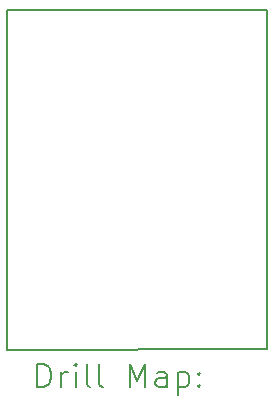
<source format=gbr>
%TF.GenerationSoftware,KiCad,Pcbnew,8.0.4*%
%TF.CreationDate,2024-07-24T14:51:08+09:00*%
%TF.ProjectId,VR-Conditioner-MAX9926+reg,56522d43-6f6e-4646-9974-696f6e65722d,3.7*%
%TF.SameCoordinates,PX68c4118PY713e7a8*%
%TF.FileFunction,Drillmap*%
%TF.FilePolarity,Positive*%
%FSLAX45Y45*%
G04 Gerber Fmt 4.5, Leading zero omitted, Abs format (unit mm)*
G04 Created by KiCad (PCBNEW 8.0.4) date 2024-07-24 14:51:08*
%MOMM*%
%LPD*%
G01*
G04 APERTURE LIST*
%ADD10C,0.150000*%
%ADD11C,0.200000*%
G04 APERTURE END LIST*
D10*
X2350000Y3125000D02*
X2350000Y254000D01*
X2350000Y254000D02*
X150000Y250000D01*
X150000Y250000D02*
X150000Y3125000D01*
X2350000Y3125000D02*
X150000Y3125000D01*
D11*
X403277Y-68984D02*
X403277Y131016D01*
X403277Y131016D02*
X450896Y131016D01*
X450896Y131016D02*
X479467Y121492D01*
X479467Y121492D02*
X498515Y102445D01*
X498515Y102445D02*
X508039Y83397D01*
X508039Y83397D02*
X517562Y45302D01*
X517562Y45302D02*
X517562Y16731D01*
X517562Y16731D02*
X508039Y-21365D01*
X508039Y-21365D02*
X498515Y-40412D01*
X498515Y-40412D02*
X479467Y-59460D01*
X479467Y-59460D02*
X450896Y-68984D01*
X450896Y-68984D02*
X403277Y-68984D01*
X603277Y-68984D02*
X603277Y64350D01*
X603277Y26254D02*
X612801Y45302D01*
X612801Y45302D02*
X622324Y54826D01*
X622324Y54826D02*
X641372Y64350D01*
X641372Y64350D02*
X660420Y64350D01*
X727086Y-68984D02*
X727086Y64350D01*
X727086Y131016D02*
X717562Y121492D01*
X717562Y121492D02*
X727086Y111969D01*
X727086Y111969D02*
X736610Y121492D01*
X736610Y121492D02*
X727086Y131016D01*
X727086Y131016D02*
X727086Y111969D01*
X850896Y-68984D02*
X831848Y-59460D01*
X831848Y-59460D02*
X822324Y-40412D01*
X822324Y-40412D02*
X822324Y131016D01*
X955658Y-68984D02*
X936610Y-59460D01*
X936610Y-59460D02*
X927086Y-40412D01*
X927086Y-40412D02*
X927086Y131016D01*
X1184229Y-68984D02*
X1184229Y131016D01*
X1184229Y131016D02*
X1250896Y-11841D01*
X1250896Y-11841D02*
X1317563Y131016D01*
X1317563Y131016D02*
X1317563Y-68984D01*
X1498515Y-68984D02*
X1498515Y35778D01*
X1498515Y35778D02*
X1488991Y54826D01*
X1488991Y54826D02*
X1469943Y64350D01*
X1469943Y64350D02*
X1431848Y64350D01*
X1431848Y64350D02*
X1412801Y54826D01*
X1498515Y-59460D02*
X1479467Y-68984D01*
X1479467Y-68984D02*
X1431848Y-68984D01*
X1431848Y-68984D02*
X1412801Y-59460D01*
X1412801Y-59460D02*
X1403277Y-40412D01*
X1403277Y-40412D02*
X1403277Y-21365D01*
X1403277Y-21365D02*
X1412801Y-2317D01*
X1412801Y-2317D02*
X1431848Y7207D01*
X1431848Y7207D02*
X1479467Y7207D01*
X1479467Y7207D02*
X1498515Y16731D01*
X1593753Y64350D02*
X1593753Y-135650D01*
X1593753Y54826D02*
X1612801Y64350D01*
X1612801Y64350D02*
X1650896Y64350D01*
X1650896Y64350D02*
X1669943Y54826D01*
X1669943Y54826D02*
X1679467Y45302D01*
X1679467Y45302D02*
X1688991Y26254D01*
X1688991Y26254D02*
X1688991Y-30888D01*
X1688991Y-30888D02*
X1679467Y-49936D01*
X1679467Y-49936D02*
X1669943Y-59460D01*
X1669943Y-59460D02*
X1650896Y-68984D01*
X1650896Y-68984D02*
X1612801Y-68984D01*
X1612801Y-68984D02*
X1593753Y-59460D01*
X1774705Y-49936D02*
X1784229Y-59460D01*
X1784229Y-59460D02*
X1774705Y-68984D01*
X1774705Y-68984D02*
X1765182Y-59460D01*
X1765182Y-59460D02*
X1774705Y-49936D01*
X1774705Y-49936D02*
X1774705Y-68984D01*
X1774705Y54826D02*
X1784229Y45302D01*
X1784229Y45302D02*
X1774705Y35778D01*
X1774705Y35778D02*
X1765182Y45302D01*
X1765182Y45302D02*
X1774705Y54826D01*
X1774705Y54826D02*
X1774705Y35778D01*
M02*

</source>
